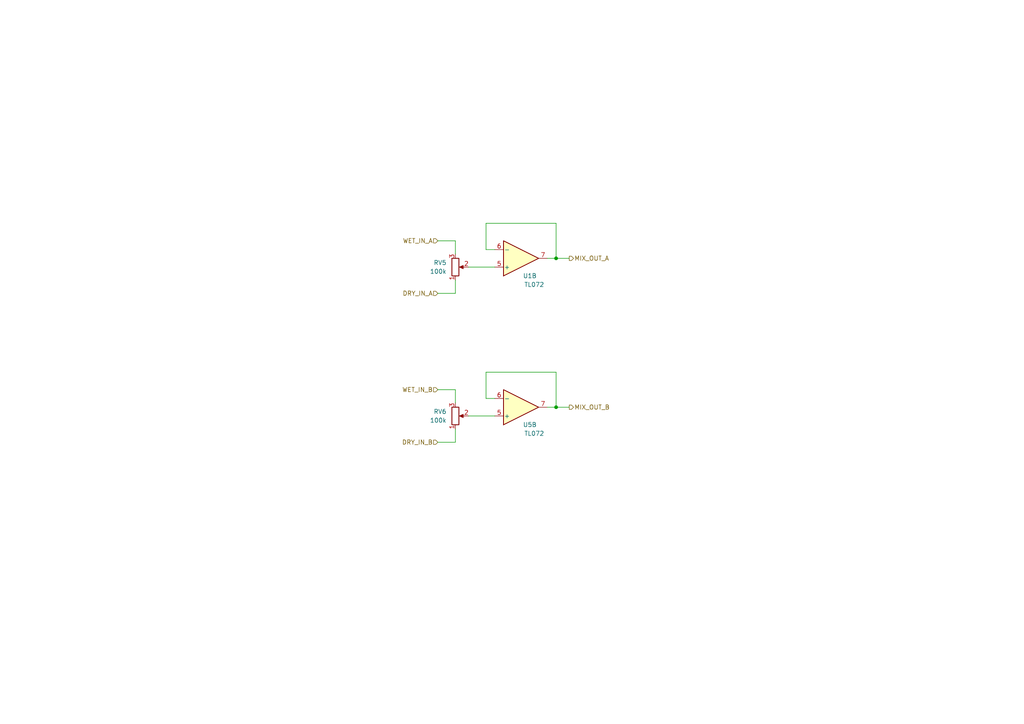
<source format=kicad_sch>
(kicad_sch (version 20230121) (generator eeschema)
  (paper "A4")
  (title_block (title "M.S.M. Stereo Lowpass Filter Pedal") (date "2022-06-16") (rev "0") (comment 2 "creativecommons.org/licenses/by/4.0") (comment 3 "License: CC by 4.0") (comment 4 "Author: Jordan Aceto"))
  (lib_symbols
    (symbol "Amplifier_Operational:TL072" (pin_names (offset 0.127))
      (property "Reference" "U" (at 0 5.08 0))
      (property "Value" "TL072" (at 0 -5.08 0))
      (symbol "TL072_1_1"
        (polyline (pts (xy -5.08 5.08) (xy 5.08 0) (xy -5.08 -5.08) (xy -5.08 5.08)) (stroke (width 0.254)) (fill (type background)))
        (pin output line (at 7.62 0 180) (length 2.54) (name "~") (number "1"))
        (pin input line (at -7.62 -2.54 0) (length 2.54) (name "-") (number "2"))
        (pin input line (at -7.62 2.54 0) (length 2.54) (name "+") (number "3"))
      )
      (symbol "TL072_2_1"
        (polyline (pts (xy -5.08 5.08) (xy 5.08 0) (xy -5.08 -5.08) (xy -5.08 5.08)) (stroke (width 0.254)) (fill (type background)))
        (pin input line (at -7.62 2.54 0) (length 2.54) (name "+") (number "5"))
        (pin input line (at -7.62 -2.54 0) (length 2.54) (name "-") (number "6"))
        (pin output line (at 7.62 0 180) (length 2.54) (name "~") (number "7"))
      )
      (symbol "TL072_3_1"
        (pin power_in line (at -2.54 -7.62 90) (length 3.81) (name "V-") (number "4"))
        (pin power_in line (at -2.54 7.62 270) (length 3.81) (name "V+") (number "8"))
      )
    )
    (symbol "Device:R_Potentiometer" (pin_names (offset 1.016) hide)
      (property "Reference" "RV" (at -4.445 0 90))
      (property "Value" "R_Potentiometer" (at -2.54 0 90))
      (symbol "R_Potentiometer_0_1"
        (polyline (pts (xy 2.54 0) (xy 1.524 0)))
        (polyline (pts (xy 1.143 0) (xy 2.286 0.508) (xy 2.286 -0.508) (xy 1.143 0)) (fill (type outline)))
        (rectangle (start 1.016 2.54) (end -1.016 -2.54) (stroke (width 0.254)))
      )
      (symbol "R_Potentiometer_1_1"
        (pin passive line (at 0 3.81 270) (length 1.27) (name "1") (number "1"))
        (pin passive line (at 3.81 0 180) (length 1.27) (name "2") (number "2"))
        (pin passive line (at 0 -3.81 90) (length 1.27) (name "3") (number "3"))
      )
    )
  )
  (junction (at 161.29 118.11))
  (junction (at 161.29 74.93))
  (wire (pts (xy 143.51 115.57) (xy 140.97 115.57)))
  (wire (pts (xy 132.08 116.84) (xy 132.08 113.03)))
  (wire (pts (xy 140.97 64.77) (xy 161.29 64.77)))
  (wire (pts (xy 127 128.27) (xy 132.08 128.27)))
  (wire (pts (xy 161.29 64.77) (xy 161.29 74.93)))
  (wire (pts (xy 140.97 107.95) (xy 161.29 107.95)))
  (wire (pts (xy 161.29 118.11) (xy 158.75 118.11)))
  (wire (pts (xy 158.75 74.93) (xy 161.29 74.93)))
  (wire (pts (xy 132.08 73.66) (xy 132.08 69.85)))
  (wire (pts (xy 143.51 72.39) (xy 140.97 72.39)))
  (wire (pts (xy 161.29 118.11) (xy 165.1 118.11)))
  (wire (pts (xy 135.89 120.65) (xy 143.51 120.65)))
  (wire (pts (xy 132.08 124.46) (xy 132.08 128.27)))
  (wire (pts (xy 161.29 74.93) (xy 165.1 74.93)))
  (wire (pts (xy 127 113.03) (xy 132.08 113.03)))
  (wire (pts (xy 140.97 72.39) (xy 140.97 64.77)))
  (wire (pts (xy 161.29 107.95) (xy 161.29 118.11)))
  (wire (pts (xy 127 69.85) (xy 132.08 69.85)))
  (wire (pts (xy 140.97 115.57) (xy 140.97 107.95)))
  (wire (pts (xy 135.89 77.47) (xy 143.51 77.47)))
  (wire (pts (xy 127 85.09) (xy 132.08 85.09)))
  (wire (pts (xy 132.08 81.28) (xy 132.08 85.09)))
  (hierarchical_label "WET_IN_B" (shape input) (at 127 113.03 180))
  (hierarchical_label "DRY_IN_B" (shape input) (at 127 128.27 180))
  (hierarchical_label "WET_IN_A" (shape input) (at 127 69.85 180))
  (hierarchical_label "MIX_OUT_B" (shape output) (at 165.1 118.11 0))
  (hierarchical_label "MIX_OUT_A" (shape output) (at 165.1 74.93 0))
  (hierarchical_label "DRY_IN_A" (shape input) (at 127 85.09 180))
  (symbol (lib_id "Device:R_Potentiometer") (at 132.08 120.65 0) (mirror x) (unit 1)
    (property "Reference" "RV6" (at 129.54 119.3799 0) (effects (justify right)))
    (property "Value" "100k" (at 129.54 121.9199 0) (effects (justify right)))
    (property "Footprint" "Potentiometer_THT:Potentiometer_Alpha_RD901F-40-00D_Single_Vertical" (effects hide))
  )
  (symbol (lib_id "Device:R_Potentiometer") (at 132.08 77.47 0) (mirror x) (unit 1)
    (property "Reference" "RV5" (at 129.54 76.1999 0) (effects (justify right)))
    (property "Value" "100k" (at 129.54 78.7399 0) (effects (justify right)))
    (property "Footprint" "Potentiometer_THT:Potentiometer_Alpha_RD901F-40-00D_Single_Vertical" (effects hide))
  )
  (symbol (lib_id "Amplifier_Operational:TL072") (at 151.13 74.93 0) (mirror x) (unit 2)
    (property "Reference" "U1" (at 153.67 80.01 0))
    (property "Value" "TL072" (at 154.94 82.55 0))
    (property "Footprint" "Package_SO:SOIC-8_3.9x4.9mm_P1.27mm" (effects hide))
    (property "Datasheet" "http://www.ti.com/lit/ds/symlink/tl071.pdf" (effects hide))
  )
  (symbol (lib_id "Amplifier_Operational:TL072") (at 151.13 118.11 0) (mirror x) (unit 2)
    (property "Reference" "U5" (at 153.67 123.19 0))
    (property "Value" "TL072" (at 154.94 125.73 0))
    (property "Footprint" "Package_SO:SOIC-8_3.9x4.9mm_P1.27mm" (effects hide))
    (property "Datasheet" "http://www.ti.com/lit/ds/symlink/tl071.pdf" (effects hide))
  )
)
</source>
